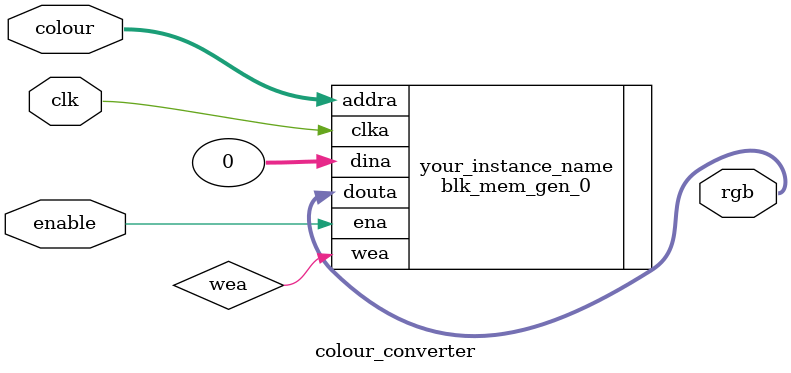
<source format=v>

`timescale 1ns / 100ps

module colour_converter(clk, colour, enable, rgb);

input clk, enable;
input[2:0] colour;
output[23:0] rgb;


//----------- Begin Cut here for INSTANTIATION Template ---// INST_TAG
blk_mem_gen_0 your_instance_name (
  .clka(clk),    // input wire clka
  .ena(enable),      // input wire enable
  .wea(wea),      
  .addra(colour),      // input wire [2:0] colour
  .dina(0),    // input wire [23 : 0] dina
  .douta(rgb)  // output wire [23 : 0] douta
);
// INST_TAG_END ------ End INSTANTIATION Template ---------

endmodule

</source>
